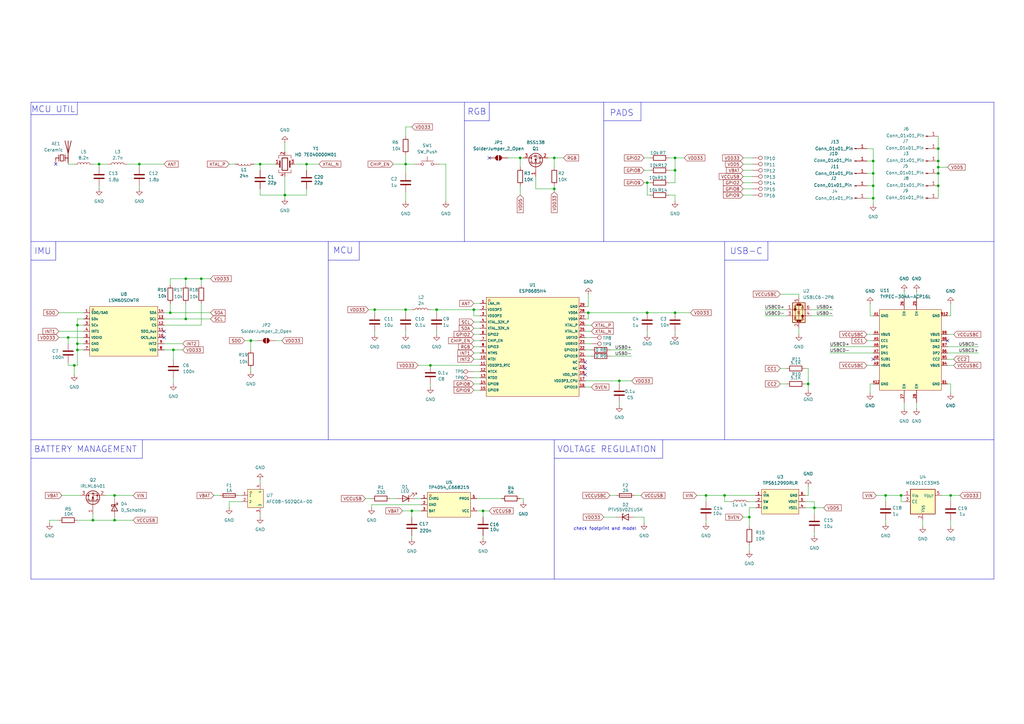
<source format=kicad_sch>
(kicad_sch (version 20250114) (generator "eeschema") (generator_version "9.0")
  (paper "A3")
  (text "IMU" (at 17.526 103.124 0) (effects (font (size 2.54 2.54))))
  (text "VOLTAGE REGULATION\n" (at 248.92 184.404 0) (effects (font (size 2.54 2.54))))
  (text "MCU UTIL" (at 21.844 44.958 0) (effects (font (size 2.54 2.54))))
  (text "BATTERY MANAGEMENT" (at 35.052 184.404 0) (effects (font (size 2.54 2.54))))
  (text "PADS" (at 255.016 46.482 0) (effects (font (size 2.54 2.54))))
  (text "MCU" (at 140.716 102.87 0) (effects (font (size 2.54 2.54))))
  (text "RGB" (at 195.58 45.974 0) (effects (font (size 2.54 2.54))))
  (text "USB-C\n" (at 306.07 103.124 0) (effects (font (size 2.54 2.54))))
  (text "check footprint and model" (at 248.158 216.916 0) (effects (font (size 1.27 1.27))))
  (junction (at 76.2 114.3))
  (junction (at 166.37 127))
  (junction (at 166.37 67.31))
  (junction (at 106.68 67.31))
  (junction (at 76.2 130.81))
  (junction (at 389.89 203.2))
  (junction (at 358.14 66.04))
  (junction (at 69.85 128.27))
  (junction (at 57.15 67.31))
  (junction (at 46.99 213.36))
  (junction (at 384.81 71.12))
  (junction (at 71.12 143.51))
  (junction (at 176.53 149.86))
  (junction (at 46.99 203.2))
  (junction (at 384.81 66.04))
  (junction (at 265.43 128.27))
  (junction (at 276.86 64.77))
  (junction (at 384.81 76.2))
  (junction (at 27.94 138.43))
  (junction (at 30.48 149.86))
  (junction (at 358.14 71.12))
  (junction (at 40.64 67.31))
  (junction (at 307.34 212.09))
  (junction (at 297.18 203.2))
  (junction (at 116.84 80.01))
  (junction (at 241.3 128.27))
  (junction (at 38.1 213.36))
  (junction (at 289.56 203.2))
  (junction (at 82.55 114.3))
  (junction (at 369.57 203.2))
  (junction (at 363.22 203.2))
  (junction (at 102.87 139.7))
  (junction (at 334.01 208.28))
  (junction (at 179.07 127))
  (junction (at 358.14 76.2))
  (junction (at 331.47 157.48))
  (junction (at 276.86 69.85))
  (junction (at 198.12 209.55))
  (junction (at 384.81 60.96))
  (junction (at 265.43 74.93))
  (junction (at 384.81 68.58))
  (junction (at 227.33 77.47))
  (junction (at 168.91 209.55))
  (junction (at 125.73 67.31))
  (junction (at 31.75 140.97))
  (junction (at 31.75 133.35))
  (junction (at 153.67 127))
  (junction (at 31.75 143.51))
  (junction (at 213.36 64.77))
  (junction (at 276.86 128.27))
  (junction (at 227.33 64.77))
  (junction (at 194.31 127))
  (junction (at 358.14 81.28))
  (junction (at 254 156.21))
  (no_connect (at 358.14 147.32))
  (no_connect (at 67.31 138.43))
  (no_connect (at 240.03 151.13))
  (no_connect (at 240.03 153.67))
  (no_connect (at 22.86 67.31))
  (no_connect (at 67.31 135.89))
  (no_connect (at 240.03 148.59))
  (no_connect (at 388.62 139.7))
  (no_connect (at 200.66 64.77))
  (wire (pts (xy 254 156.21) (xy 259.08 156.21)))
  (wire (pts (xy 227.33 77.47) (xy 227.33 76.2)))
  (wire (pts (xy 304.8 67.31) (xy 308.61 67.31)))
  (wire (pts (xy 116.84 80.01) (xy 125.73 80.01)))
  (polyline (pts (xy 200.66 41.91) (xy 200.66 49.53)))
  (wire (pts (xy 24.13 128.27) (xy 34.29 128.27)))
  (wire (pts (xy 388.62 142.24) (xy 401.32 142.24)))
  (wire (pts (xy 76.2 114.3) (xy 82.55 114.3)))
  (wire (pts (xy 214.63 204.47) (xy 214.63 205.74)))
  (wire (pts (xy 153.67 127) (xy 153.67 128.27)))
  (wire (pts (xy 113.03 139.7) (xy 115.57 139.7)))
  (wire (pts (xy 166.37 135.89) (xy 166.37 137.16)))
  (wire (pts (xy 334.01 218.44) (xy 334.01 219.71)))
  (wire (pts (xy 219.71 77.47) (xy 227.33 77.47)))
  (wire (pts (xy 194.31 127) (xy 196.85 127)))
  (wire (pts (xy 179.07 127) (xy 194.31 127)))
  (wire (pts (xy 31.75 133.35) (xy 31.75 140.97)))
  (wire (pts (xy 125.73 80.01) (xy 125.73 77.47)))
  (wire (pts (xy 38.1 67.31) (xy 40.64 67.31)))
  (wire (pts (xy 97.79 203.2) (xy 99.06 203.2)))
  (wire (pts (xy 355.6 137.16) (xy 358.14 137.16)))
  (wire (pts (xy 227.33 78.74) (xy 227.33 77.47)))
  (wire (pts (xy 308.61 77.47) (xy 304.8 77.47)))
  (wire (pts (xy 194.31 127) (xy 194.31 129.54)))
  (wire (pts (xy 76.2 130.81) (xy 86.36 130.81)))
  (polyline (pts (xy 12.7 41.91) (xy 190.5 41.91)))
  (wire (pts (xy 151.13 127) (xy 153.67 127)))
  (polyline (pts (xy 314.96 106.68) (xy 297.18 106.68)))
  (wire (pts (xy 69.85 128.27) (xy 86.36 128.27)))
  (wire (pts (xy 166.37 67.31) (xy 166.37 71.12)))
  (wire (pts (xy 168.91 209.55) (xy 172.72 209.55)))
  (wire (pts (xy 82.55 124.46) (xy 82.55 133.35)))
  (wire (pts (xy 332.74 129.54) (xy 341.63 129.54)))
  (wire (pts (xy 182.88 82.55) (xy 182.88 67.31)))
  (wire (pts (xy 34.29 130.81) (xy 31.75 130.81)))
  (polyline (pts (xy 190.5 41.91) (xy 407.67 41.91)))
  (wire (pts (xy 358.14 76.2) (xy 355.6 76.2)))
  (wire (pts (xy 240.03 158.75) (xy 242.57 158.75)))
  (wire (pts (xy 104.14 67.31) (xy 106.68 67.31)))
  (wire (pts (xy 31.75 149.86) (xy 30.48 149.86)))
  (wire (pts (xy 327.66 134.62) (xy 327.66 137.16)))
  (wire (pts (xy 160.02 204.47) (xy 162.56 204.47)))
  (wire (pts (xy 38.1 213.36) (xy 46.99 213.36)))
  (wire (pts (xy 320.04 151.13) (xy 322.58 151.13)))
  (wire (pts (xy 240.03 140.97) (xy 242.57 140.97)))
  (wire (pts (xy 213.36 64.77) (xy 213.36 68.58)))
  (wire (pts (xy 355.6 139.7) (xy 358.14 139.7)))
  (polyline (pts (xy 407.67 41.91) (xy 407.67 237.49)))
  (wire (pts (xy 227.33 64.77) (xy 224.79 64.77)))
  (wire (pts (xy 170.18 204.47) (xy 172.72 204.47)))
  (wire (pts (xy 67.31 143.51) (xy 71.12 143.51)))
  (wire (pts (xy 194.31 139.7) (xy 196.85 139.7)))
  (wire (pts (xy 327.66 120.65) (xy 327.66 121.92)))
  (wire (pts (xy 313.69 129.54) (xy 322.58 129.54)))
  (wire (pts (xy 363.22 203.2) (xy 369.57 203.2)))
  (polyline (pts (xy 31.75 41.91) (xy 31.75 46.99)))
  (polyline (pts (xy 190.5 41.91) (xy 190.5 99.06)))
  (wire (pts (xy 116.84 72.39) (xy 116.84 80.01)))
  (wire (pts (xy 168.91 219.71) (xy 168.91 220.98)))
  (wire (pts (xy 31.75 133.35) (xy 34.29 133.35)))
  (wire (pts (xy 384.81 76.2) (xy 384.81 81.28)))
  (wire (pts (xy 276.86 64.77) (xy 280.67 64.77)))
  (polyline (pts (xy 190.5 99.06) (xy 407.67 99.06)))
  (polyline (pts (xy 12.7 187.96) (xy 58.42 187.96)))
  (polyline (pts (xy 266.7 187.96) (xy 271.78 187.96)))
  (wire (pts (xy 389.89 213.36) (xy 389.89 215.9)))
  (wire (pts (xy 274.32 74.93) (xy 276.86 74.93)))
  (wire (pts (xy 31.75 143.51) (xy 31.75 149.86)))
  (wire (pts (xy 308.61 74.93) (xy 304.8 74.93)))
  (wire (pts (xy 40.64 67.31) (xy 40.64 68.58)))
  (wire (pts (xy 82.55 114.3) (xy 82.55 116.84)))
  (wire (pts (xy 194.31 160.02) (xy 196.85 160.02)))
  (wire (pts (xy 196.85 124.46) (xy 194.31 124.46)))
  (wire (pts (xy 265.43 74.93) (xy 265.43 80.01)))
  (wire (pts (xy 274.32 69.85) (xy 276.86 69.85)))
  (wire (pts (xy 67.31 140.97) (xy 74.93 140.97)))
  (wire (pts (xy 27.94 148.59) (xy 27.94 149.86)))
  (wire (pts (xy 331.47 151.13) (xy 331.47 157.48)))
  (wire (pts (xy 285.75 203.2) (xy 289.56 203.2)))
  (wire (pts (xy 240.03 133.35) (xy 242.57 133.35)))
  (wire (pts (xy 358.14 60.96) (xy 358.14 66.04)))
  (wire (pts (xy 355.6 149.86) (xy 358.14 149.86)))
  (wire (pts (xy 241.3 125.73) (xy 240.03 125.73)))
  (wire (pts (xy 102.87 139.7) (xy 105.41 139.7)))
  (wire (pts (xy 320.04 157.48) (xy 322.58 157.48)))
  (wire (pts (xy 30.48 149.86) (xy 30.48 153.67)))
  (wire (pts (xy 389.89 129.54) (xy 388.62 129.54)))
  (wire (pts (xy 274.32 64.77) (xy 276.86 64.77)))
  (wire (pts (xy 289.56 203.2) (xy 289.56 205.74)))
  (wire (pts (xy 106.68 77.47) (xy 106.68 80.01)))
  (wire (pts (xy 43.18 203.2) (xy 46.99 203.2)))
  (polyline (pts (xy 227.33 237.49) (xy 407.67 237.49)))
  (wire (pts (xy 304.8 64.77) (xy 308.61 64.77)))
  (wire (pts (xy 166.37 78.74) (xy 166.37 82.55)))
  (wire (pts (xy 194.31 134.62) (xy 196.85 134.62)))
  (wire (pts (xy 67.31 130.81) (xy 76.2 130.81)))
  (wire (pts (xy 57.15 76.2) (xy 57.15 77.47)))
  (wire (pts (xy 375.92 165.1) (xy 375.92 167.64)))
  (wire (pts (xy 166.37 67.31) (xy 170.18 67.31)))
  (polyline (pts (xy 12.7 46.99) (xy 31.75 46.99)))
  (wire (pts (xy 69.85 114.3) (xy 76.2 114.3)))
  (polyline (pts (xy 134.62 99.06) (xy 134.62 180.34)))
  (wire (pts (xy 24.13 138.43) (xy 27.94 138.43)))
  (wire (pts (xy 356.87 157.48) (xy 358.14 157.48)))
  (wire (pts (xy 384.81 66.04) (xy 384.81 68.58)))
  (wire (pts (xy 113.03 67.31) (xy 106.68 67.31)))
  (wire (pts (xy 265.43 74.93) (xy 266.7 74.93)))
  (wire (pts (xy 166.37 127) (xy 166.37 128.27)))
  (wire (pts (xy 260.35 203.2) (xy 262.89 203.2)))
  (wire (pts (xy 289.56 213.36) (xy 289.56 214.63)))
  (wire (pts (xy 116.84 80.01) (xy 116.84 81.28)))
  (wire (pts (xy 240.03 128.27) (xy 241.3 128.27)))
  (polyline (pts (xy 297.18 180.34) (xy 407.67 180.34)))
  (polyline (pts (xy 147.32 106.68) (xy 134.62 106.68)))
  (wire (pts (xy 168.91 127) (xy 166.37 127)))
  (wire (pts (xy 388.62 144.78) (xy 401.32 144.78)))
  (wire (pts (xy 166.37 63.5) (xy 166.37 67.31)))
  (wire (pts (xy 241.3 128.27) (xy 241.3 130.81)))
  (wire (pts (xy 297.18 205.74) (xy 299.72 205.74)))
  (wire (pts (xy 240.03 130.81) (xy 241.3 130.81)))
  (polyline (pts (xy 22.86 99.06) (xy 22.86 106.68)))
  (wire (pts (xy 276.86 128.27) (xy 283.21 128.27)))
  (wire (pts (xy 331.47 203.2) (xy 330.2 203.2)))
  (wire (pts (xy 358.14 71.12) (xy 358.14 76.2)))
  (wire (pts (xy 194.31 144.78) (xy 196.85 144.78)))
  (wire (pts (xy 194.31 132.08) (xy 196.85 132.08)))
  (wire (pts (xy 27.94 149.86) (xy 30.48 149.86)))
  (wire (pts (xy 265.43 137.16) (xy 265.43 135.89)))
  (wire (pts (xy 87.63 203.2) (xy 90.17 203.2)))
  (wire (pts (xy 31.75 140.97) (xy 34.29 140.97)))
  (wire (pts (xy 355.6 66.04) (xy 358.14 66.04)))
  (wire (pts (xy 384.81 68.58) (xy 388.62 68.58)))
  (wire (pts (xy 389.89 203.2) (xy 389.89 205.74)))
  (wire (pts (xy 276.86 137.16) (xy 276.86 135.89)))
  (polyline (pts (xy 314.96 99.06) (xy 314.96 106.68)))
  (wire (pts (xy 331.47 157.48) (xy 331.47 160.02)))
  (wire (pts (xy 307.34 212.09) (xy 307.34 215.9)))
  (polyline (pts (xy 262.89 41.91) (xy 262.89 49.53)))
  (wire (pts (xy 340.36 142.24) (xy 358.14 142.24)))
  (wire (pts (xy 330.2 205.74) (xy 334.01 205.74)))
  (wire (pts (xy 24.13 135.89) (xy 34.29 135.89)))
  (wire (pts (xy 308.61 80.01) (xy 304.8 80.01)))
  (wire (pts (xy 330.2 157.48) (xy 331.47 157.48)))
  (polyline (pts (xy 12.7 237.49) (xy 227.33 237.49)))
  (wire (pts (xy 171.45 149.86) (xy 176.53 149.86)))
  (wire (pts (xy 44.45 67.31) (xy 40.64 67.31)))
  (wire (pts (xy 213.36 204.47) (xy 214.63 204.47)))
  (wire (pts (xy 370.84 165.1) (xy 370.84 167.64)))
  (wire (pts (xy 274.32 80.01) (xy 276.86 80.01)))
  (wire (pts (xy 179.07 127) (xy 179.07 128.27)))
  (wire (pts (xy 304.8 69.85) (xy 308.61 69.85)))
  (wire (pts (xy 46.99 204.47) (xy 46.99 203.2)))
  (wire (pts (xy 69.85 114.3) (xy 69.85 116.84)))
  (polyline (pts (xy 12.7 99.06) (xy 190.5 99.06)))
  (wire (pts (xy 40.64 76.2) (xy 40.64 77.47)))
  (wire (pts (xy 219.71 72.39) (xy 219.71 77.47)))
  (wire (pts (xy 31.75 130.81) (xy 31.75 133.35)))
  (wire (pts (xy 264.16 69.85) (xy 266.7 69.85)))
  (wire (pts (xy 25.4 203.2) (xy 33.02 203.2)))
  (wire (pts (xy 369.57 205.74) (xy 370.84 205.74)))
  (wire (pts (xy 375.92 119.38) (xy 375.92 121.92)))
  (polyline (pts (xy 227.33 237.49) (xy 227.33 180.34)))
  (wire (pts (xy 179.07 135.89) (xy 179.07 137.16)))
  (polyline (pts (xy 12.7 106.68) (xy 22.86 106.68)))
  (wire (pts (xy 388.62 137.16) (xy 391.16 137.16)))
  (wire (pts (xy 20.32 213.36) (xy 24.13 213.36)))
  (wire (pts (xy 389.89 157.48) (xy 388.62 157.48)))
  (wire (pts (xy 31.75 213.36) (xy 38.1 213.36)))
  (wire (pts (xy 176.53 149.86) (xy 196.85 149.86)))
  (wire (pts (xy 46.99 203.2) (xy 54.61 203.2)))
  (wire (pts (xy 384.81 71.12) (xy 384.81 76.2)))
  (wire (pts (xy 106.68 210.82) (xy 106.68 212.09)))
  (wire (pts (xy 363.22 203.2) (xy 363.22 205.74)))
  (wire (pts (xy 358.14 81.28) (xy 355.6 81.28)))
  (wire (pts (xy 332.74 127) (xy 341.63 127)))
  (wire (pts (xy 195.58 209.55) (xy 198.12 209.55)))
  (wire (pts (xy 358.14 83.82) (xy 358.14 81.28)))
  (wire (pts (xy 334.01 205.74) (xy 334.01 208.28)))
  (wire (pts (xy 194.31 137.16) (xy 196.85 137.16)))
  (wire (pts (xy 194.31 154.94) (xy 196.85 154.94)))
  (wire (pts (xy 378.46 213.36) (xy 378.46 215.9)))
  (wire (pts (xy 152.4 207.01) (xy 172.72 207.01)))
  (wire (pts (xy 240.03 156.21) (xy 254 156.21)))
  (wire (pts (xy 389.89 161.29) (xy 389.89 157.48)))
  (wire (pts (xy 176.53 127) (xy 179.07 127)))
  (wire (pts (xy 76.2 114.3) (xy 76.2 116.84)))
  (wire (pts (xy 356.87 161.29) (xy 356.87 157.48)))
  (wire (pts (xy 356.87 129.54) (xy 358.14 129.54)))
  (wire (pts (xy 67.31 128.27) (xy 69.85 128.27)))
  (wire (pts (xy 297.18 203.2) (xy 289.56 203.2)))
  (wire (pts (xy 166.37 52.07) (xy 168.91 52.07)))
  (wire (pts (xy 194.31 152.4) (xy 196.85 152.4)))
  (wire (pts (xy 384.81 68.58) (xy 384.81 71.12)))
  (wire (pts (xy 149.86 204.47) (xy 152.4 204.47)))
  (wire (pts (xy 38.1 213.36) (xy 38.1 210.82)))
  (wire (pts (xy 240.03 146.05) (xy 242.57 146.05)))
  (wire (pts (xy 166.37 52.07) (xy 166.37 55.88)))
  (wire (pts (xy 369.57 203.2) (xy 369.57 205.74)))
  (polyline (pts (xy 297.18 99.06) (xy 297.18 180.34)))
  (wire (pts (xy 260.35 212.09) (xy 264.16 212.09)))
  (wire (pts (xy 307.34 208.28) (xy 309.88 208.28)))
  (wire (pts (xy 355.6 60.96) (xy 358.14 60.96)))
  (wire (pts (xy 168.91 212.09) (xy 168.91 209.55)))
  (wire (pts (xy 194.31 142.24) (xy 196.85 142.24)))
  (wire (pts (xy 153.67 135.89) (xy 153.67 137.16)))
  (wire (pts (xy 254 165.1) (xy 254 166.37)))
  (wire (pts (xy 264.16 212.09) (xy 264.16 214.63)))
  (wire (pts (xy 93.98 205.74) (xy 99.06 205.74)))
  (wire (pts (xy 71.12 143.51) (xy 71.12 147.32)))
  (wire (pts (xy 241.3 128.27) (xy 265.43 128.27)))
  (wire (pts (xy 57.15 67.31) (xy 57.15 68.58)))
  (wire (pts (xy 313.69 127) (xy 322.58 127)))
  (wire (pts (xy 195.58 204.47) (xy 205.74 204.47)))
  (wire (pts (xy 82.55 114.3) (xy 86.36 114.3)))
  (wire (pts (xy 165.1 209.55) (xy 168.91 209.55)))
  (wire (pts (xy 76.2 124.46) (xy 76.2 130.81)))
  (wire (pts (xy 386.08 203.2) (xy 389.89 203.2)))
  (wire (pts (xy 276.86 64.77) (xy 276.86 69.85)))
  (wire (pts (xy 69.85 124.46) (xy 69.85 128.27)))
  (wire (pts (xy 330.2 208.28) (xy 334.01 208.28)))
  (wire (pts (xy 307.34 223.52) (xy 307.34 226.06)))
  (wire (pts (xy 388.62 147.32) (xy 391.16 147.32)))
  (wire (pts (xy 166.37 127) (xy 153.67 127)))
  (wire (pts (xy 20.32 214.63) (xy 20.32 213.36)))
  (wire (pts (xy 370.84 203.2) (xy 369.57 203.2)))
  (wire (pts (xy 106.68 80.01) (xy 116.84 80.01)))
  (wire (pts (xy 120.65 67.31) (xy 125.73 67.31)))
  (wire (pts (xy 389.89 124.46) (xy 389.89 129.54)))
  (wire (pts (xy 198.12 209.55) (xy 200.66 209.55)))
  (wire (pts (xy 106.68 67.31) (xy 106.68 69.85)))
  (wire (pts (xy 198.12 209.55) (xy 198.12 212.09)))
  (wire (pts (xy 240.03 143.51) (xy 242.57 143.51)))
  (wire (pts (xy 194.31 147.32) (xy 196.85 147.32)))
  (wire (pts (xy 250.19 203.2) (xy 252.73 203.2)))
  (wire (pts (xy 264.16 74.93) (xy 265.43 74.93)))
  (wire (pts (xy 152.4 208.28) (xy 152.4 207.01)))
  (wire (pts (xy 297.18 203.2) (xy 297.18 205.74)))
  (wire (pts (xy 194.31 157.48) (xy 196.85 157.48)))
  (wire (pts (xy 331.47 151.13) (xy 330.2 151.13)))
  (wire (pts (xy 358.14 66.04) (xy 358.14 71.12)))
  (polyline (pts (xy 12.7 180.34) (xy 297.18 180.34)))
  (wire (pts (xy 276.86 69.85) (xy 276.86 74.93)))
  (wire (pts (xy 384.81 55.88) (xy 384.81 60.96)))
  (polyline (pts (xy 58.42 180.34) (xy 58.42 187.96)))
  (wire (pts (xy 254 156.21) (xy 254 157.48)))
  (wire (pts (xy 356.87 124.46) (xy 356.87 129.54)))
  (wire (pts (xy 334.01 208.28) (xy 337.82 208.28)))
  (polyline (pts (xy 147.32 99.06) (xy 147.32 106.68)))
  (wire (pts (xy 334.01 208.28) (xy 334.01 210.82)))
  (wire (pts (xy 276.86 80.01) (xy 276.86 82.55)))
  (wire (pts (xy 227.33 64.77) (xy 231.14 64.77)))
  (wire (pts (xy 359.41 203.2) (xy 363.22 203.2)))
  (wire (pts (xy 213.36 80.01) (xy 213.36 76.2)))
  (wire (pts (xy 363.22 213.36) (xy 363.22 214.63)))
  (wire (pts (xy 93.98 208.28) (xy 93.98 205.74)))
  (wire (pts (xy 57.15 67.31) (xy 67.31 67.31)))
  (wire (pts (xy 213.36 64.77) (xy 208.28 64.77)))
  (wire (pts (xy 102.87 151.13) (xy 102.87 152.4)))
  (wire (pts (xy 240.03 138.43) (xy 242.57 138.43)))
  (wire (pts (xy 46.99 213.36) (xy 54.61 213.36)))
  (wire (pts (xy 46.99 213.36) (xy 46.99 212.09)))
  (wire (pts (xy 331.47 199.39) (xy 331.47 203.2)))
  (wire (pts (xy 304.8 212.09) (xy 307.34 212.09)))
  (wire (pts (xy 309.88 203.2) (xy 297.18 203.2)))
  (wire (pts (xy 247.65 212.09) (xy 252.73 212.09)))
  (wire (pts (xy 370.84 119.38) (xy 370.84 121.92)))
  (wire (pts (xy 125.73 67.31) (xy 125.73 69.85)))
  (wire (pts (xy 320.04 120.65) (xy 327.66 120.65)))
  (wire (pts (xy 27.94 67.31) (xy 30.48 67.31)))
  (wire (pts (xy 102.87 139.7) (xy 102.87 143.51)))
  (wire (pts (xy 250.19 146.05) (xy 259.08 146.05)))
  (wire (pts (xy 227.33 68.58) (xy 227.33 64.77)))
  (wire (pts (xy 307.34 205.74) (xy 309.88 205.74)))
  (wire (pts (xy 355.6 71.12) (xy 358.14 71.12)))
  (wire (pts (xy 31.75 143.51) (xy 34.29 143.51)))
  (wire (pts (xy 241.3 120.65) (xy 241.3 125.73)))
  (wire (pts (xy 67.31 133.35) (xy 82.55 133.35)))
  (wire (pts (xy 176.53 157.48) (xy 176.53 158.75)))
  (wire (pts (xy 27.94 138.43) (xy 27.94 140.97)))
  (wire (pts (xy 27.94 138.43) (xy 34.29 138.43)))
  (polyline (pts (xy 271.78 180.34) (xy 271.78 187.96)))
  (polyline (pts (xy 247.65 41.91) (xy 247.65 99.06)))
  (wire (pts (xy 116.84 58.42) (xy 116.84 62.23)))
  (wire (pts (xy 340.36 144.78) (xy 358.14 144.78)))
  (wire (pts (xy 388.62 149.86) (xy 391.16 149.86)))
  (wire (pts (xy 161.29 67.31) (xy 166.37 67.31)))
  (wire (pts (xy 307.34 212.09) (xy 307.34 208.28)))
  (wire (pts (xy 71.12 143.51) (xy 74.93 143.51)))
  (wire (pts (xy 198.12 220.98) (xy 198.12 219.71)))
  (wire (pts (xy 93.98 67.31) (xy 96.52 67.31)))
  (polyline (pts (xy 12.7 41.91) (xy 12.7 237.49)))
  (wire (pts (xy 384.81 60.96) (xy 384.81 66.04)))
  (wire (pts (xy 240.03 135.89) (xy 242.57 135.89)))
  (wire (pts (xy 250.19 143.51) (xy 259.08 143.51)))
  (wire (pts (xy 264.16 64.77) (xy 266.7 64.77)))
  (wire (pts (xy 265.43 80.01) (xy 266.7 80.01)))
  (wire (pts (xy 182.88 67.31) (xy 180.34 67.31)))
  (wire (pts (xy 100.33 139.7) (xy 102.87 139.7)))
  (wire (pts (xy 304.8 72.39) (xy 308.61 72.39)))
  (wire (pts (xy 358.14 81.28) (xy 358.14 76.2)))
  (polyline (pts (xy 227.33 187.96) (xy 266.7 187.96)))
  (wire (pts (xy 52.07 67.31) (xy 57.15 67.31)))
  (wire (pts (xy 71.12 154.94) (xy 71.12 157.48)))
  (wire (pts (xy 265.43 128.27) (xy 276.86 128.27)))
  (wire (pts (xy 125.73 67.31) (xy 130.81 67.31)))
  (polyline (pts (xy 190.5 49.53) (xy 200.66 49.53)))
  (polyline (pts (xy 262.89 49.53) (xy 247.65 49.53)))
  (wire (pts (xy 214.63 64.77) (xy 213.36 64.77)))
  (wire (pts (xy 196.85 129.54) (xy 194.31 129.54)))
  (wire (pts (xy 389.89 203.2) (xy 393.7 203.2)))
  (wire (pts (xy 106.68 196.85) (xy 106.68 198.12)))
  (wire (pts (xy 31.75 143.51) (xy 31.75 140.97)))
  (label "USBCD-" (at 401.32 142.24 180))
  (label "USBD-" (at 259.08 146.05 180))
  (label "USBCD+" (at 313.69 127 0))
  (label "USBD+" (at 341.63 127 180))
  (label "USBCD+" (at 401.32 144.78 180))
  (label "USBD+" (at 259.08 143.51 180))
  (label "USBCD-" (at 313.69 129.54 0))
  (label "USBCD+" (at 340.36 142.24 0))
  (label "USBCD-" (at 340.36 144.78 0))
  (label "USBD-" (at 341.63 129.54 180))
  (global_label "VDD5" (shape input) (at 388.62 68.58 0) (property "Intersheetrefs" "${INTERSHEET_REFS}" (effects (hide yes))))
  (global_label "VCCUSB" (shape input) (at 200.66 209.55 0) (property "Intersheetrefs" "${INTERSHEET_REFS}" (effects (hide yes))))
  (global_label "5VEN" (shape input) (at 242.57 158.75 0) (property "Intersheetrefs" "${INTERSHEET_REFS}" (effects (hide yes))))
  (global_label "GPIO9" (shape input) (at 264.16 74.93 180) (property "Intersheetrefs" "${INTERSHEET_REFS}" (effects (hide yes))))
  (global_label "VIN" (shape input) (at 54.61 203.2 0) (property "Intersheetrefs" "${INTERSHEET_REFS}" (effects (hide yes))))
  (global_label "VCCUSBC" (shape input) (at 355.6 149.86 180) (property "Intersheetrefs" "${INTERSHEET_REFS}" (effects (hide yes))))
  (global_label "VDD5" (shape input) (at 213.36 80.01 270) (property "Intersheetrefs" "${INTERSHEET_REFS}" (effects (hide yes))))
  (global_label "VDD33" (shape input) (at 86.36 114.3 0) (property "Intersheetrefs" "${INTERSHEET_REFS}" (effects (hide yes))))
  (global_label "RGB" (shape input) (at 231.14 64.77 0) (property "Intersheetrefs" "${INTERSHEET_REFS}" (effects (hide yes))))
  (global_label "VDD33" (shape input) (at 393.7 203.2 0) (property "Intersheetrefs" "${INTERSHEET_REFS}" (effects (hide yes))))
  (global_label "GPIO8" (shape input) (at 194.31 157.48 180) (property "Intersheetrefs" "${INTERSHEET_REFS}" (effects (hide yes))))
  (global_label "VDD33" (shape input) (at 168.91 52.07 0) (property "Intersheetrefs" "${INTERSHEET_REFS}" (effects (hide yes))))
  (global_label "CC2" (shape input) (at 391.16 147.32 0) (property "Intersheetrefs" "${INTERSHEET_REFS}" (effects (hide yes))))
  (global_label "VCCUSBC" (shape input) (at 391.16 137.16 0) (property "Intersheetrefs" "${INTERSHEET_REFS}" (effects (hide yes))))
  (global_label "CHIP_EN" (shape input) (at 161.29 67.31 180) (property "Intersheetrefs" "${INTERSHEET_REFS}" (effects (hide yes))))
  (global_label "VDD5" (shape input) (at 304.8 67.31 180) (property "Intersheetrefs" "${INTERSHEET_REFS}" (effects (hide yes))))
  (global_label "VDD33" (shape input) (at 283.21 128.27 0) (property "Intersheetrefs" "${INTERSHEET_REFS}" (effects (hide yes))))
  (global_label "GPIO8" (shape input) (at 304.8 77.47 180) (property "Intersheetrefs" "${INTERSHEET_REFS}" (effects (hide yes))))
  (global_label "SDO" (shape input) (at 100.33 139.7 180) (property "Intersheetrefs" "${INTERSHEET_REFS}" (effects (hide yes))))
  (global_label "VCCUSBC" (shape input) (at 391.16 149.86 0) (property "Intersheetrefs" "${INTERSHEET_REFS}" (effects (hide yes))))
  (global_label "VBAT" (shape input) (at 304.8 69.85 180) (property "Intersheetrefs" "${INTERSHEET_REFS}" (effects (hide yes))))
  (global_label "XTAL_P" (shape input) (at 93.98 67.31 180) (property "Intersheetrefs" "${INTERSHEET_REFS}" (effects (hide yes))))
  (global_label "GPIO2" (shape input) (at 194.31 137.16 180) (property "Intersheetrefs" "${INTERSHEET_REFS}" (effects (hide yes))))
  (global_label "CC2" (shape input) (at 320.04 157.48 180) (property "Intersheetrefs" "${INTERSHEET_REFS}" (effects (hide yes))))
  (global_label "VDD33" (shape input) (at 151.13 127 180) (property "Intersheetrefs" "${INTERSHEET_REFS}" (effects (hide yes))))
  (global_label "INT1" (shape input) (at 194.31 144.78 180) (property "Intersheetrefs" "${INTERSHEET_REFS}" (effects (hide yes))))
  (global_label "VDD33" (shape input) (at 171.45 149.86 180) (property "Intersheetrefs" "${INTERSHEET_REFS}" (effects (hide yes))))
  (global_label "INT2" (shape input) (at 74.93 140.97 0) (property "Intersheetrefs" "${INTERSHEET_REFS}" (effects (hide yes))))
  (global_label "VDD33" (shape input) (at 259.08 156.21 0) (property "Intersheetrefs" "${INTERSHEET_REFS}" (effects (hide yes))))
  (global_label "VDD33" (shape input) (at 24.13 138.43 180) (property "Intersheetrefs" "${INTERSHEET_REFS}" (effects (hide yes))))
  (global_label "VDD33" (shape input) (at 280.67 64.77 0) (property "Intersheetrefs" "${INTERSHEET_REFS}" (effects (hide yes))))
  (global_label "VBAT" (shape input) (at 25.4 203.2 180) (property "Intersheetrefs" "${INTERSHEET_REFS}" (effects (hide yes))))
  (global_label "VIN" (shape input) (at 359.41 203.2 180) (property "Intersheetrefs" "${INTERSHEET_REFS}" (effects (hide yes))))
  (global_label "INT1" (shape input) (at 24.13 135.89 180) (property "Intersheetrefs" "${INTERSHEET_REFS}" (effects (hide yes))))
  (global_label "GPIO8" (shape input) (at 264.16 69.85 180) (property "Intersheetrefs" "${INTERSHEET_REFS}" (effects (hide yes))))
  (global_label "SDA" (shape input) (at 194.31 134.62 180) (property "Intersheetrefs" "${INTERSHEET_REFS}" (effects (hide yes))))
  (global_label "VDD33" (shape input) (at 304.8 64.77 180) (property "Intersheetrefs" "${INTERSHEET_REFS}" (effects (hide yes))))
  (global_label "VCCUSBC" (shape input) (at 320.04 120.65 180) (property "Intersheetrefs" "${INTERSHEET_REFS}" (effects (hide yes))))
  (global_label "VDD5" (shape input) (at 337.82 208.28 0) (property "Intersheetrefs" "${INTERSHEET_REFS}" (effects (hide yes))))
  (global_label "VCCUSB" (shape input) (at 149.86 204.47 180) (property "Intersheetrefs" "${INTERSHEET_REFS}" (effects (hide yes))))
  (global_label "VCCUSB" (shape input) (at 54.61 213.36 0) (property "Intersheetrefs" "${INTERSHEET_REFS}" (effects (hide yes))))
  (global_label "VDD33" (shape input) (at 115.57 139.7 0) (property "Intersheetrefs" "${INTERSHEET_REFS}" (effects (hide yes))))
  (global_label "VCCUSBC" (shape input) (at 250.19 203.2 180) (property "Intersheetrefs" "${INTERSHEET_REFS}" (effects (hide yes))))
  (global_label "GPIO2" (shape input) (at 304.8 74.93 180) (property "Intersheetrefs" "${INTERSHEET_REFS}" (effects (hide yes))))
  (global_label "ANT" (shape input) (at 194.31 124.46 180) (property "Intersheetrefs" "${INTERSHEET_REFS}" (effects (hide yes))))
  (global_label "SDO" (shape input) (at 24.13 128.27 180) (property "Intersheetrefs" "${INTERSHEET_REFS}" (effects (hide yes))))
  (global_label "5VEN" (shape input) (at 304.8 212.09 180) (property "Intersheetrefs" "${INTERSHEET_REFS}" (effects (hide yes))))
  (global_label "XTAL_P" (shape input) (at 242.57 133.35 0) (property "Intersheetrefs" "${INTERSHEET_REFS}" (effects (hide yes))))
  (global_label "VDD33" (shape input) (at 247.65 212.09 180) (property "Intersheetrefs" "${INTERSHEET_REFS}" (effects (hide yes))))
  (global_label "GPIO2" (shape input) (at 264.16 64.77 180) (property "Intersheetrefs" "${INTERSHEET_REFS}" (effects (hide yes))))
  (global_label "XTAL_N" (shape input) (at 242.57 135.89 0) (property "Intersheetrefs" "${INTERSHEET_REFS}" (effects (hide yes))))
  (global_label "VBAT" (shape input) (at 87.63 203.2 180) (property "Intersheetrefs" "${INTERSHEET_REFS}" (effects (hide yes))))
  (global_label "SCL" (shape input) (at 86.36 130.81 0) (property "Intersheetrefs" "${INTERSHEET_REFS}" (effects (hide yes))))
  (global_label "VCCUSBC" (shape input) (at 355.6 137.16 180) (property "Intersheetrefs" "${INTERSHEET_REFS}" (effects (hide yes))))
  (global_label "CC1" (shape input) (at 320.04 151.13 180) (property "Intersheetrefs" "${INTERSHEET_REFS}" (effects (hide yes))))
  (global_label "VCCUSB" (shape input) (at 262.89 203.2 0) (property "Intersheetrefs" "${INTERSHEET_REFS}" (effects (hide yes))))
  (global_label "GPIO9" (shape input) (at 304.8 80.01 180) (property "Intersheetrefs" "${INTERSHEET_REFS}" (effects (hide yes))))
  (global_label "SDA" (shape input) (at 86.36 128.27 0) (property "Intersheetrefs" "${INTERSHEET_REFS}" (effects (hide yes))))
  (global_label "VCCUSB" (shape input) (at 304.8 72.39 180) (property "Intersheetrefs" "${INTERSHEET_REFS}" (effects (hide yes))))
  (global_label "ANT" (shape input) (at 67.31 67.31 0) (property "Intersheetrefs" "${INTERSHEET_REFS}" (effects (hide yes))))
  (global_label "VDD33" (shape input) (at 74.93 143.51 0) (property "Intersheetrefs" "${INTERSHEET_REFS}" (effects (hide yes))))
  (global_label "SCL" (shape input) (at 194.31 132.08 180) (property "Intersheetrefs" "${INTERSHEET_REFS}" (effects (hide yes))))
  (global_label "CC1" (shape input) (at 355.6 139.7 180) (property "Intersheetrefs" "${INTERSHEET_REFS}" (effects (hide yes))))
  (global_label "INT2" (shape input) (at 194.31 147.32 180) (property "Intersheetrefs" "${INTERSHEET_REFS}" (effects (hide yes))))
  (global_label "VBAT" (shape input) (at 165.1 209.55 180) (property "Intersheetrefs" "${INTERSHEET_REFS}" (effects (hide yes))))
  (global_label "CHIP_EN" (shape input) (at 194.31 139.7 180) (property "Intersheetrefs" "${INTERSHEET_REFS}" (effects (hide yes))))
  (global_label "GPIO9" (shape input) (at 194.31 160.02 180) (property "Intersheetrefs" "${INTERSHEET_REFS}" (effects (hide yes))))
  (global_label "XTAL_N" (shape input) (at 130.81 67.31 0) (property "Intersheetrefs" "${INTERSHEET_REFS}" (effects (hide yes))))
  (global_label "RGB" (shape input) (at 194.31 142.24 180) (property "Intersheetrefs" "${INTERSHEET_REFS}" (effects (hide yes))))
  (global_label "VIN" (shape input) (at 285.75 203.2 180) (property "Intersheetrefs" "${INTERSHEET_REFS}" (effects (hide yes))))
  (global_label "VDD33" (shape input) (at 227.33 78.74 270) (property "Intersheetrefs" "${INTERSHEET_REFS}" (effects (hide yes))))
  (symbol (lib_id "Connector:TestPoint") (at 308.61 64.77 270) (unit 1)
    (property "Reference" "TP10" (at 313.182 65.024 90) (effects (justify left)))
    (property "Value" "TestPoint" (effects (hide yes)))
    (property "Footprint" "TestPoint:TestPoint_Pad_D1.0mm" (effects (hide yes)))
    (property "Description" "test point" (effects (hide yes)))
  )
  (symbol (lib_id "power:GND") (at 30.48 153.67 0) (unit 1)
    (property "Reference" "#PWR046" (effects (hide yes)))
    (property "Value" "GND" (at 30.48 158.75 0))
    (property "Description" "Power symbol creates a global label with name \"GND\" , ground" (effects (hide yes)))
  )
  (symbol (lib_id "Connector:Conn_01x01_Pin") (at 350.52 60.96 0) (unit 1)
    (property "Reference" "J13" (at 342.392 58.166 0))
    (property "Value" "Conn_01x01_Pin" (at 342.138 60.96 0))
    (property "Footprint" "Custom:matrix-pad-gn" (effects (hide yes)))
    (property "Description" "Generic connector, single row, 01x01, script generated" (effects (hide yes)))
  )
  (symbol (lib_id "Device:Crystal_GND24") (at 116.84 67.31 0) (unit 1)
    (property "Reference" "Y1" (at 129.54 60.8898 0))
    (property "Value" "HD 7E040000M01" (at 129.54 63.4298 0))
    (property "Footprint" "Custom:CRYSTAL-SMD_4P-L1.6-W1.2-BL" (effects (hide yes)))
    (property "Description" "Four pin crystal, GND on pins 2 and 4" (effects (hide yes)))
  )
  (symbol (lib_id "power:GND") (at 179.07 137.16 0) (unit 1)
    (property "Reference" "#PWR014" (effects (hide yes)))
    (property "Value" "GND" (at 179.07 142.24 0))
    (property "Description" "Power symbol creates a global label with name \"GND\" , ground" (effects (hide yes)))
  )
  (symbol (lib_id "Device:R") (at 102.87 147.32 0) (unit 1)
    (property "Reference" "R19" (at 97.79 145.542 0) (effects (justify left)))
    (property "Value" "10k" (at 98.044 148.336 0) (effects (justify left)))
    (property "Footprint" "Resistor_SMD:R_0402_1005Metric" (effects (hide yes)))
    (property "Description" "Resistor" (effects (hide yes)))
  )
  (symbol (lib_id "power:GND") (at 389.89 215.9 0) (unit 1)
    (property "Reference" "#PWR040" (effects (hide yes)))
    (property "Value" "GND" (at 389.89 220.98 0))
    (property "Description" "Power symbol creates a global label with name \"GND\" , ground" (effects (hide yes)))
  )
  (symbol (lib_id "Transistor_FET:IRLML6401") (at 38.1 205.74 90) (unit 1)
    (property "Reference" "Q2" (at 38.1 196.85 90))
    (property "Value" "IRLML6401" (at 38.1 199.39 90))
    (property "Footprint" "Package_TO_SOT_SMD:SOT-23" (effects (hide yes)))
    (property "Datasheet" "https://www.infineon.com/dgdl/irlml6401pbf.pdf?fileId=5546d462533600a401535668b96d2634" (effects (hide yes)))
    (property "Description" "-4.3A Id, -12V Vds, 50mOhm Rds, P-Channel HEXFET Power MOSFET, SOT-23" (effects (hide yes)))
  )
  (symbol (lib_id "power:GND") (at 102.87 152.4 0) (unit 1)
    (property "Reference" "#PWR047" (effects (hide yes)))
    (property "Value" "GND" (at 102.87 157.48 0))
    (property "Description" "Power symbol creates a global label with name \"GND\" , ground" (effects (hide yes)))
  )
  (symbol (lib_id "power:GND") (at 106.68 196.85 180) (unit 1)
    (property "Reference" "#PWR026" (effects (hide yes)))
    (property "Value" "GND" (at 106.68 191.77 0))
    (property "Description" "Power symbol creates a global label with name \"GND\" , ground" (effects (hide yes)))
  )
  (symbol (lib_id "power:GND") (at 331.47 199.39 180) (unit 1)
    (property "Reference" "#PWR021" (effects (hide yes)))
    (property "Value" "GND" (at 331.47 194.31 0))
    (property "Description" "Power symbol creates a global label with name \"GND\" , ground" (effects (hide yes)))
  )
  (symbol (lib_id "Device:R") (at 76.2 120.65 0) (unit 1)
    (property "Reference" "R17" (at 71.12 118.872 0) (effects (justify left)))
    (property "Value" "10k" (at 71.374 121.666 0) (effects (justify left)))
    (property "Footprint" "Resistor_SMD:R_0402_1005Metric" (effects (hide yes)))
    (property "Description" "Resistor" (effects (hide yes)))
  )
  (symbol (lib_id "Custom:TPS61299DRLR") (at 320.04 205.74 0) (unit 1)
    (property "Reference" "U3" (at 320.04 195.58 0))
    (property "Value" "TPS61299DRLR" (at 320.04 198.12 0))
    (property "Footprint" "Custom:SOT-563-6_L1.6-W1.2-P0.50-LS1.6-BL" (effects (hide yes)))
    (property "Datasheet" "https://atta.szlcsc.com/upload/public/pdf/source/20220602/7DAC70CE9F6509F28726B722709467C3.pdf" (effects (hide yes)))
    (property "LCSC" "C41689719" (effects (hide yes)))
  )
  (symbol (lib_id "Connector:Conn_01x01_Pin") (at 379.73 66.04 0) (unit 1)
    (property "Reference" "J3" (at 371.602 62.992 0))
    (property "Value" "Conn_01x01_Pin" (at 371.348 65.786 0))
    (property "Footprint" "Custom:matrix-pad-vcc" (effects (hide yes)))
    (property "Description" "Generic connector, single row, 01x01, script generated" (effects (hide yes)))
  )
  (symbol (lib_id "power:GND") (at 265.43 137.16 0) (unit 1)
    (property "Reference" "#PWR07" (effects (hide yes)))
    (property "Value" "GND" (at 265.43 140.97 0))
    (property "Description" "Power symbol creates a global label with name \"GND\" , ground" (effects (hide yes)))
  )
  (symbol (lib_id "Device:R") (at 326.39 151.13 90) (unit 1)
    (property "Reference" "R11" (at 326.644 147.32 90))
    (property "Value" "5.1K" (at 326.39 148.844 90))
    (property "Footprint" "Resistor_SMD:R_0402_1005Metric" (effects (hide yes)))
    (property "Description" "Resistor" (effects (hide yes)))
  )
  (symbol (lib_id "Connector:TestPoint") (at 194.31 154.94 90) (unit 1)
    (property "Reference" "TP6" (at 188.468 154.94 90))
    (property "Value" "TestPoint" (effects (hide yes)))
    (property "Footprint" "TestPoint:TestPoint_Pad_D1.0mm" (effects (hide yes)))
    (property "Description" "test point" (effects (hide yes)))
  )
  (symbol (lib_id "Custom:AFC08-S02QCA-00") (at 102.87 204.47 0) (unit 1)
    (property "Reference" "U7" (at 109.22 203.1999 0) (effects (justify left)))
    (property "Value" "AFC08-S02QCA-00" (at 109.22 205.7399 0) (effects (justify left)))
    (property "Footprint" "Custom:CONN-SMD_2P-P0.80_JUSHUO_AFC08-S02QCA-00" (effects (hide yes)))
    (property "Datasheet" "https://atta.szlcsc.com/upload/public/pdf/source/20211221/C875814FEFA18BA7C4BAC4187FDA26E0.pdf" (effects (hide yes)))
    (property "LCSC" "C2934855" (effects (hide yes)))
  )
  (symbol (lib_id "Device:R") (at 246.38 143.51 270) (unit 1)
    (property "Reference" "R8" (at 247.396 143.51 90))
    (property "Value" "0" (at 244.856 143.51 90))
    (property "Footprint" "Resistor_SMD:R_0402_1005Metric" (effects (hide yes)))
    (property "Description" "Resistor" (effects (hide yes)))
  )
  (symbol (lib_id "power:GND") (at 241.3 120.65 180) (unit 1)
    (property "Reference" "#PWR05" (effects (hide yes)))
    (property "Value" "GND" (at 241.3 115.57 0))
    (property "Description" "Power symbol creates a global label with name \"GND\" , ground" (effects (hide yes)))
  )
  (symbol (lib_id "Device:Antenna_Chip") (at 25.4 64.77 0) (unit 1)
    (property "Reference" "AE1" (at 21.082 58.928 0) (effects (justify left)))
    (property "Value" "Ceramic" (at 18.034 61.468 0) (effects (justify left)))
    (property "Footprint" "Custom:CW324S" (effects (hide yes)))
    (property "Description" "Ceramic chip antenna with pin for PCB trace" (effects (hide yes)))
  )
  (symbol (lib_id "Device:R") (at 246.38 146.05 270) (unit 1)
    (property "Reference" "R9" (at 247.396 146.05 90))
    (property "Value" "0" (at 244.856 146.05 90))
    (property "Footprint" "Resistor_SMD:R_0402_1005Metric" (effects (hide yes)))
    (property "Description" "Resistor" (effects (hide yes)))
  )
  (symbol (lib_id "Custom:TP4054_C668215") (at 184.15 207.01 0) (unit 1)
    (property "Reference" "U5" (at 184.15 197.866 0))
    (property "Value" "TP4054_C668215" (at 184.15 199.898 0))
    (property "Footprint" "Custom:TSOT-23-5_L2.9-W1.6-P0.95-LS2.8-BR" (effects (hide yes)))
    (property "Datasheet" "https://item.szlcsc.com/233411.html" (effects (hide yes)))
    (property "LCSC" "C668215" (effects (hide yes)))
  )
  (symbol (lib_id "power:GND") (at 370.84 119.38 180) (unit 1)
    (property "Reference" "#PWR031" (effects (hide yes)))
    (property "Value" "GND" (at 370.84 114.3 0))
    (property "Description" "Power symbol creates a global label with name \"GND\" , ground" (effects (hide yes)))
  )
  (symbol (lib_id "Power_Protection:USBLC6-2P6") (at 327.66 127 0) (unit 1)
    (property "Reference" "U2" (at 329.3111 119.38 0) (effects (justify left)))
    (property "Value" "USBLC6-2P6" (at 329.3111 121.92 0) (effects (justify left)))
    (property "Footprint" "Package_TO_SOT_SMD:SOT-666" (effects (hide yes)))
    (property "Datasheet" "https://www.st.com/resource/en/datasheet/usblc6-2.pdf" (effects (hide yes)))
    (property "Description" "Very low capacitance ESD protection diode, 2 data-line, SOT-666" (effects (hide yes)))
  )
  (symbol (lib_id "Connector:Conn_01x01_Pin") (at 379.73 71.12 0) (unit 1)
    (property "Reference" "J5" (at 371.348 68.072 0))
    (property "Value" "Conn_01x01_Pin" (at 371.094 70.866 0))
    (property "Footprint" "Custom:matrix-pad-vcc" (effects (hide yes)))
    (property "Description" "Generic connector, single row, 01x01, script generated" (effects (hide yes)))
  )
  (symbol (lib_id "Device:C") (at 125.73 73.66 0) (unit 1)
    (property "Reference" "C20" (at 128.778 72.644 0) (effects (justify left)))
    (property "Value" "22p" (at 128.778 74.93 0) (effects (justify left)))
    (property "Footprint" "Capacitor_SMD:C_0402_1005Metric" (effects (hide yes)))
    (property "Description" "Unpolarized capacitor" (effects (hide yes)))
  )
  (symbol (lib_id "power:GND") (at 327.66 137.16 0) (unit 1)
    (property "Reference" "#PWR04" (effects (hide yes)))
    (property "Value" "GND" (at 327.66 142.24 0))
    (property "Description" "Power symbol creates a global label with name \"GND\" , ground" (effects (hide yes)))
  )
  (symbol (lib_id "Switch:SW_Push") (at 175.26 67.31 0) (unit 1)
    (property "Reference" "SW1" (at 175.26 59.69 0))
    (property "Value" "SW_Push" (at 175.26 62.23 0))
    (property "Footprint" "Custom:KEY-SMD_B3U-1000PM" (effects (hide yes)))
    (property "Description" "Push button switch, generic, two pins" (effects (hide yes)))
  )
  (symbol (lib_id "power:GND") (at 152.4 208.28 0) (unit 1)
    (property "Reference" "#PWR020" (effects (hide yes)))
    (property "Value" "GND" (at 152.4 213.36 0))
    (property "Description" "Power symbol creates a global label with name \"GND\" , ground" (effects (hide yes)))
  )
  (symbol (lib_id "power:GND") (at 358.14 83.82 0) (unit 1)
    (property "Reference" "#PWR042" (effects (hide yes)))
    (property "Value" "GND" (at 358.14 88.9 0))
    (property "Description" "Power symbol creates a global label with name \"GND\" , ground" (effects (hide yes)))
  )
  (symbol (lib_id "power:GND") (at 389.89 161.29 0) (unit 1)
    (property "Reference" "#PWR029" (effects (hide yes)))
    (property "Value" "GND" (at 389.89 166.37 0))
    (property "Description" "Power symbol creates a global label with name \"GND\" , ground" (effects (hide yes)))
  )
  (symbol (lib_id "power:GND") (at 356.87 161.29 0) (unit 1)
    (property "Reference" "#PWR030" (effects (hide yes)))
    (property "Value" "GND" (at 356.87 166.37 0))
    (property "Description" "Power symbol creates a global label with name \"GND\" , ground" (effects (hide yes)))
  )
  (symbol (lib_id "Device:C") (at 176.53 153.67 180) (unit 1)
    (property "Reference" "C8" (at 182.372 155.448 0) (effects (justify left)))
    (property "Value" "0.1u" (at 183.896 152.908 0) (effects (justify left)))
    (property "Footprint" "Capacitor_SMD:C_0402_1005Metric" (effects (hide yes)))
    (property "Description" "Unpolarized capacitor" (effects (hide yes)))
  )
  (symbol (lib_id "Custom:TYPEC-304A-ACP16L") (at 373.38 142.24 0) (unit 1)
    (property "Reference" "U11" (at 360.934 119.126 0) (effects (justify left)))
    (property "Value" "TYPEC-304A-ACP16L" (at 360.934 121.666 0) (effects (justify left)))
    (property "Footprint" "Custom:USB-C-SMD_XUNPU_TYPEC-304A-ACP16L" (effects (hide yes)))
    (property "Datasheet" "https://atta.szlcsc.com/upload/public/pdf/source/20211029/5A76838C591B377E5BF09726BF37DE5A.pdf" (effects (hide yes)))
    (property "LCSC" "C2909609" (effects (hide yes)))
  )
  (symbol (lib_id "Device:L") (at 172.72 127 90) (unit 1)
    (property "Reference" "L2" (at 172.72 121.92 90))
    (property "Value" "2n" (at 172.72 124.46 90))
    (property "Footprint" "Inductor_SMD:L_0402_1005Metric" (effects (hide yes)))
    (property "Description" "Inductor" (effects (hide yes)))
  )
  (symbol (lib_id "Connector:TestPoint") (at 194.31 152.4 90) (unit 1)
    (property "Reference" "TP5" (at 188.468 152.4 90))
    (property "Value" "TestPoint" (effects (hide yes)))
    (property "Footprint" "TestPoint:TestPoint_Pad_D1.0mm" (effects (hide yes)))
    (property "Description" "test point" (effects (hide yes)))
  )
  (symbol (lib_id "Device:C") (at 198.12 215.9 180) (unit 1)
    (property "Reference" "C16" (at 204.724 215.138 0) (effects (justify left)))
    (property "Value" "10u" (at 204.724 217.17 0) (effects (justify left)))
    (property "Footprint" "Capacitor_SMD:C_0402_1005Metric" (effects (hide yes)))
    (property "Description" "Unpolarized capacitor" (effects (hide yes)))
  )
  (symbol (lib_id "Device:R") (at 82.55 120.65 0) (unit 1)
    (property "Reference" "R18" (at 77.47 118.872 0) (effects (justify left)))
    (property "Value" "10k" (at 77.724 121.666 0) (effects (justify left)))
    (property "Footprint" "Resistor_SMD:R_0402_1005Metric" (effects (hide yes)))
    (property "Description" "Resistor" (effects (hide yes)))
  )
  (symbol (lib_id "Device:LED") (at 166.37 204.47 180) (unit 1)
    (property "Reference" "D1" (at 166.116 199.644 0))
    (property "Value" "LED" (at 166.116 201.422 0))
    (property "Footprint" "LED_SMD:LED_0603_1608Metric" (effects (hide yes)))
    (property "Description" "Light emitting diode" (effects (hide yes)))
    (property "Sim.Pins" "1=K 2=A" (effects (hide yes)))
  )
  (symbol (lib_id "power:GND") (at 153.67 137.16 0) (unit 1)
    (property "Reference" "#PWR012" (effects (hide yes)))
    (property "Value" "GND" (at 153.67 142.24 0))
    (property "Description" "Power symbol creates a global label with name \"GND\" , ground" (effects (hide yes)))
  )
  (symbol (lib_id "Connector:TestPoint") (at 308.61 74.93 270) (unit 1)
    (property "Reference" "TP14" (at 313.182 75.184 90) (effects (justify left)))
    (property "Value" "TestPoint" (effects (hide yes)))
    (property "Footprint" "TestPoint:TestPoint_Pad_D1.0mm" (effects (hide yes)))
    (property "Description" "test point" (effects (hide yes)))
  )
  (symbol (lib_id "power:GND") (at 198.12 220.98 0) (unit 1)
    (property "Reference" "#PWR023" (effects (hide yes)))
    (property "Value" "GND" (at 198.12 226.06 0))
    (property "Description" "Power symbol creates a global label with name \"GND\" , ground" (effects (hide yes)))
  )
  (symbol (lib_id "power:GND") (at 331.47 160.02 0) (unit 1)
    (property "Reference" "#PWR036" (effects (hide yes)))
    (property "Value" "GND" (at 329.438 163.83 0) (effects (justify left)))
    (property "Description" "Power symbol creates a global label with name \"GND\" , ground" (effects (hide yes)))
  )
  (symbol (lib_id "power:GND") (at 93.98 208.28 0) (unit 1)
    (property "Reference" "#PWR024" (effects (hide yes)))
    (property "Value" "GND" (at 93.98 213.36 0))
    (property "Description" "Power symbol creates a global label with name \"GND\" , ground" (effects (hide yes)))
  )
  (symbol (lib_id "power:GND") (at 166.37 82.55 0) (unit 1)
    (property "Reference" "#PWR01" (effects (hide yes)))
    (property "Value" "GND" (at 166.37 87.63 0))
    (property "Description" "Power symbol creates a global label with name \"GND\" , ground" (effects (hide yes)))
  )
  (symbol (lib_id "Device:C") (at 40.64 72.39 180) (unit 1)
    (property "Reference" "C13" (at 44.45 71.1199 0) (effects (justify right)))
    (property "Value" "1.8p" (at 44.45 73.6599 0) (effects (justify right)))
    (property "Footprint" "Capacitor_SMD:C_0402_1005Metric" (effects (hide yes)))
    (property "Description" "Unpolarized capacitor" (effects (hide yes)))
  )
  (symbol (lib_id "Device:C") (at 57.15 72.39 180) (unit 1)
    (property "Reference" "C12" (at 60.96 71.1199 0) (effects (justify right)))
    (property "Value" "1.8p" (at 60.96 73.6599 0) (effects (justify right)))
    (property "Footprint" "Capacitor_SMD:C_0402_1005Metric" (effects (hide yes)))
    (property "Description" "Unpolarized capacitor" (effects (hide yes)))
  )
  (symbol (lib_id "Device:R") (at 227.33 72.39 180) (unit 1)
    (property "Reference" "R2" (at 228.854 71.12 0) (effects (justify right)))
    (property "Value" "10K" (at 228.854 73.66 0) (effects (justify right)))
    (property "Footprint" "Resistor_SMD:R_0402_1005Metric" (effects (hide yes)))
    (property "Description" "Resistor" (effects (hide yes)))
  )
  (symbol (lib_id "Connector:Conn_01x01_Pin") (at 379.73 81.28 0) (unit 1)
    (property "Reference" "J9" (at 371.348 78.232 0))
    (property "Value" "Conn_01x01_Pin" (at 371.094 81.026 0))
    (property "Footprint" "Custom:matrix-pad-vcc" (effects (hide yes)))
    (property "Description" "Generic connector, single row, 01x01, script generated" (effects (hide yes)))
  )
  (symbol (lib_id "Device:R") (at 270.51 69.85 90) (unit 1)
    (property "Reference" "R12" (at 271.78 67.818 90))
    (property "Value" "10k" (at 268.224 67.818 90))
    (property "Footprint" "Resistor_SMD:R_0402_1005Metric" (effects (hide yes)))
    (property "Description" "Resistor" (effects (hide yes)))
  )
  (symbol (lib_id "Device:L") (at 34.29 67.31 90) (unit 1)
    (property "Reference" "L5" (at 34.29 62.23 90))
    (property "Value" "8.2n" (at 34.29 64.77 90))
    (property "Footprint" "Inductor_SMD:L_0402_1005Metric" (effects (hide yes)))
    (property "Description" "Inductor" (effects (hide yes)))
  )
  (symbol (lib_id "Connector:Conn_01x01_Pin") (at 350.52 76.2 0) (unit 1)
    (property "Reference" "J2" (at 341.884 73.152 0))
    (property "Value" "Conn_01x01_Pin" (at 341.63 75.946 0))
    (property "Footprint" "Custom:matrix-pad-gn" (effects (hide yes)))
    (property "Description" "Generic connector, single row, 01x01, script generated" (effects (hide yes)))
  )
  (symbol (lib_id "Diode:PTVS5V0Z1USK") (at 256.54 212.09 0) (unit 1)
    (property "Reference" "D2" (at 256.54 207.01 0))
    (property "Value" "PTVS5V0Z1USK" (at 256.54 209.042 0))
    (property "Footprint" "Diode_SMD:D_0402_1005Metric" (effects (hide yes)))
    (property "Datasheet" "https://assets.nexperia.com/documents/data-sheet/PTVS5V0Z1USK.pdf" (effects (hide yes)))
    (property "Description" "5V, 1200W TVS unidirectional diode, DSN1608-2" (effects (hide yes)))
  )
  (symbol (lib_id "Device:C") (at 389.89 209.55 180) (unit 1)
    (property "Reference" "C19" (at 396.748 208.534 0) (effects (justify left)))
    (property "Value" "1u" (at 395.986 210.82 0) (effects (justify left)))
    (property "Footprint" "Capacitor_SMD:C_0402_1005Metric" (effects (hide yes)))
    (property "Description" "Unpolarized capacitor" (effects (hide yes)))
  )
  (symbol (lib_id "power:GND") (at 214.63 205.74 0) (unit 1)
    (property "Reference" "#PWR019" (effects (hide yes)))
    (property "Value" "GND" (at 214.63 210.82 0))
    (property "Description" "Power symbol creates a global label with name \"GND\" , ground" (effects (hide yes)))
  )
  (symbol (lib_id "power:GND") (at 116.84 81.28 0) (unit 1)
    (property "Reference" "#PWR010" (effects (hide yes)))
    (property "Value" "GND" (at 116.84 86.36 0))
    (property "Description" "Power symbol creates a global label with name \"GND\" , ground" (effects (hide yes)))
  )
  (symbol (lib_id "Device:R") (at 213.36 72.39 180) (unit 1)
    (property "Reference" "R3" (at 214.884 71.12 0) (effects (justify right)))
    (property "Value" "10K" (at 214.884 73.66 0) (effects (justify right)))
    (property "Footprint" "Resistor_SMD:R_0402_1005Metric" (effects (hide yes)))
    (property "Description" "Resistor" (effects (hide yes)))
  )
  (symbol (lib_id "Device:C") (at 289.56 209.55 180) (unit 1)
    (property "Reference" "C14" (at 292.608 208.534 0) (effects (justify right)))
    (property "Value" "10u" (at 292.354 210.566 0) (effects (justify right)))
    (property "Footprint" "Capacitor_SMD:C_0402_1005Metric" (effects (hide yes)))
    (property "Description" "Unpolarized capacitor" (effects (hide yes)))
  )
  (symbol (lib_id "power:GND") (at 182.88 82.55 0) (unit 1)
    (property "Reference" "#PWR03" (effects (hide yes)))
    (property "Value" "GND" (at 182.88 87.63 0))
    (property "Description" "Power symbol creates a global label with name \"GND\" , ground" (effects (hide yes)))
  )
  (symbol (lib_id "power:GND") (at 375.92 119.38 180) (unit 1)
    (property "Reference" "#PWR032" (effects (hide yes)))
    (property "Value" "GND" (at 375.92 114.3 0))
    (property "Description" "Power symbol creates a global label with name \"GND\" , ground" (effects (hide yes)))
  )
  (symbol (lib_id "power:GND") (at 289.56 214.63 0) (unit 1)
    (property "Reference" "#PWR018" (effects (hide yes)))
    (property "Value" "GND" (at 289.56 219.71 0))
    (property "Description" "Power symbol creates a global label with name \"GND\" , ground" (effects (hide yes)))
  )
  (symbol (lib_id "Device:R") (at 209.55 204.47 90) (unit 1)
    (property "Reference" "R4" (at 209.55 200.152 90))
    (property "Value" "5K" (at 209.55 201.93 90))
    (property "Footprint" "Resistor_SMD:R_0402_1005Metric" (effects (hide yes)))
    (property "Description" "Resistor" (effects (hide yes)))
  )
  (symbol (lib_id "power:GND") (at 20.32 214.63 0) (unit 1)
    (property "Reference" "#PWR022" (effects (hide yes)))
    (property "Value" "GND" (at 20.32 219.71 0))
    (property "Description" "Power symbol creates a global label with name \"GND\" , ground" (effects (hide yes)))
  )
  (symbol (lib_id "Device:C") (at 153.67 132.08 0) (unit 1)
    (property "Reference" "C11" (at 157.48 130.8099 0) (effects (justify left)))
    (property "Value" "10u" (at 157.48 133.3499 0) (effects (justify left)))
    (property "Footprint" "Capacitor_SMD:C_0402_1005Metric" (effects (hide yes)))
    (property "Description" "Unpolarized capacitor" (effects (hide yes)))
  )
  (symbol (lib_id "Connector:TestPoint") (at 242.57 138.43 270) (unit 1)
    (property "Reference" "TP8" (at 247.142 138.684 90) (effects (justify left)))
    (property "Value" "TestPoint" (effects (hide yes)))
    (property "Footprint" "TestPoint:TestPoint_Pad_D1.0mm" (effects (hide yes)))
    (property "Description" "test point" (effects (hide yes)))
  )
  (symbol (lib_id "power:GND") (at 389.89 124.46 180) (unit 1)
    (property "Reference" "#PWR028" (effects (hide yes)))
    (property "Value" "GND" (at 389.89 119.38 0))
    (property "Description" "Power symbol creates a global label with name \"GND\" , ground" (effects (hide yes)))
  )
  (symbol (lib_id "Connector:Conn_01x01_Pin") (at 379.73 60.96 0) (unit 1)
    (property "Reference" "J7" (at 371.348 57.912 0))
    (property "Value" "Conn_01x01_Pin" (at 371.094 60.706 0))
    (property "Footprint" "Custom:matrix-pad-vcc" (effects (hide yes)))
    (property "Description" "Generic connector, single row, 01x01, script generated" (effects (hide yes)))
  )
  (symbol (lib_id "Connector:Conn_01x01_Pin") (at 379.73 55.88 0) (unit 1)
    (property "Reference" "J6" (at 371.602 52.832 0))
    (property "Value" "Conn_01x01_Pin" (at 371.348 55.626 0))
    (property "Footprint" "Custom:matrix-pad-vcc" (effects (hide yes)))
    (property "Description" "Generic connector, single row, 01x01, script generated" (effects (hide yes)))
  )
  (symbol (lib_id "Device:Fuse") (at 256.54 203.2 90) (unit 1)
    (property "Reference" "F2" (at 256.54 199.136 90))
    (property "Value" "2A" (at 256.54 201.168 90))
    (property "Footprint" "Fuse:Fuse_0402_1005Metric" (effects (hide yes)))
    (property "Description" "Fuse" (effects (hide yes)))
  )
  (symbol (lib_id "power:GND") (at 307.34 226.06 0) (unit 1)
    (property "Reference" "#PWR035" (effects (hide yes)))
    (property "Value" "GND" (at 307.34 231.14 0))
    (property "Description" "Power symbol creates a global label with name \"GND\" , ground" (effects (hide yes)))
  )
  (symbol (lib_id "Device:L") (at 100.33 67.31 270) (unit 1)
    (property "Reference" "L1" (at 100.076 69.596 90))
    (property "Value" "24n" (at 100.076 72.136 90))
    (property "Footprint" "Inductor_SMD:L_0402_1005Metric" (effects (hide yes)))
    (property "Description" "Inductor" (effects (hide yes)))
  )
  (symbol (lib_id "power:GND") (at 334.01 219.71 0) (unit 1)
    (property "Reference" "#PWR017" (effects (hide yes)))
    (property "Value" "GND" (at 334.01 224.79 0))
    (property "Description" "Power symbol creates a global label with name \"GND\" , ground" (effects (hide yes)))
  )
  (symbol (lib_id "Device:C") (at 106.68 73.66 0) (unit 1)
    (property "Reference" "C1" (at 109.728 72.644 0) (effects (justify left)))
    (property "Value" "22p" (at 109.728 74.93 0) (effects (justify left)))
    (property "Footprint" "Capacitor_SMD:C_0402_1005Metric" (effects (hide yes)))
    (property "Description" "Unpolarized capacitor" (effects (hide yes)))
  )
  (symbol (lib_id "Connector:Conn_01x01_Pin") (at 350.52 71.12 0) (unit 1)
    (property "Reference" "J11" (at 342.392 68.326 0))
    (property "Value" "Conn_01x01_Pin" (at 342.138 71.12 0))
    (property "Footprint" "Custom:matrix-pad-gn" (effects (hide yes)))
    (property "Description" "Generic connector, single row, 01x01, script generated" (effects (hide yes)))
  )
  (symbol (lib_id "power:GND") (at 106.68 212.09 0) (unit 1)
    (property "Reference" "#PWR025" (effects (hide yes)))
    (property "Value" "GND" (at 106.68 217.17 0))
    (property "Description" "Power symbol creates a global label with name \"GND\" , ground" (effects (hide yes)))
  )
  (symbol (lib_id "power:GND") (at 375.92 167.64 0) (unit 1)
    (property "Reference" "#PWR033" (effects (hide yes)))
    (property "Value" "GND" (at 375.92 172.72 0))
    (property "Description" "Power symbol creates a global label with name \"GND\" , ground" (effects (hide yes)))
  )
  (symbol (lib_id "power:GND") (at 40.64 77.47 0) (unit 1)
    (property "Reference" "#PWR016" (effects (hide yes)))
    (property "Value" "GND" (at 40.64 82.55 0))
    (property "Description" "Power symbol creates a global label with name \"GND\" , ground" (effects (hide yes)))
  )
  (symbol (lib_id "Device:R") (at 270.51 80.01 90) (unit 1)
    (property "Reference" "R14" (at 271.78 77.978 90))
    (property "Value" "10k" (at 267.97 77.978 90))
    (property "Footprint" "Resistor_SMD:R_0402_1005Metric" (effects (hide yes)))
    (property "Description" "Resistor" (effects (hide yes)))
  )
  (symbol (lib_id "Device:C") (at 179.07 132.08 0) (unit 1)
    (property "Reference" "C9" (at 181.61 130.81 0) (effects (justify left)))
    (property "Value" "1u" (at 181.61 133.35 0) (effects (justify left)))
    (property "Footprint" "Capacitor_SMD:C_0402_1005Metric" (effects (hide yes)))
    (property "Description" "Unpolarized capacitor" (effects (hide yes)))
  )
  (symbol (lib_id "power:GND") (at 57.15 77.47 0) (unit 1)
    (property "Reference" "#PWR015" (effects (hide yes)))
    (property "Value" "GND" (at 57.15 82.55 0))
    (property "Description" "Power symbol creates a global label with name \"GND\" , ground" (effects (hide yes)))
  )
  (symbol (lib_id "Device:C") (at 334.01 214.63 0) (unit 1)
    (property "Reference" "C15" (at 337.82 213.3599 0) (effects (justify left)))
    (property "Value" "10u" (at 337.82 215.8999 0) (effects (justify left)))
    (property "Footprint" "Capacitor_SMD:C_0402_1005Metric" (effects (hide yes)))
    (property "Description" "Unpolarized capacitor" (effects (hide yes)))
  )
  (symbol (lib_id "Connector:Conn_01x01_Pin") (at 379.73 76.2 0) (unit 1)
    (property "Reference" "J8" (at 371.602 73.152 0))
    (property "Value" "Conn_01x01_Pin" (at 371.348 75.946 0))
    (property "Footprint" "Custom:matrix-pad-vcc" (effects (hide yes)))
    (property "Description" "Generic connector, single row, 01x01, script generated" (effects (hide yes)))
  )
  (symbol (lib_id "Device:R") (at 270.51 74.93 90) (unit 1)
    (property "Reference" "R13" (at 271.526 72.898 90))
    (property "Value" "10k" (at 267.97 72.898 90))
    (property "Footprint" "Resistor_SMD:R_0402_1005Metric" (effects (hide yes)))
    (property "Description" "Resistor" (effects (hide yes)))
  )
  (symbol (lib_id "Connector:TestPoint") (at 308.61 77.47 270) (unit 1)
    (property "Reference" "TP15" (at 313.182 77.724 90) (effects (justify left)))
    (property "Value" "TestPoint" (effects (hide yes)))
    (property "Footprint" "TestPoint:TestPoint_Pad_D1.0mm" (effects (hide yes)))
    (property "Description" "test point" (effects (hide yes)))
  )
  (symbol (lib_id "Device:R") (at 69.85 120.65 0) (unit 1)
    (property "Reference" "R16" (at 64.516 118.872 0) (effects (justify left)))
    (property "Value" "10k" (at 64.77 121.412 0) (effects (justify left)))
    (property "Footprint" "Resistor_SMD:R_0402_1005Metric" (effects (hide yes)))
    (property "Description" "Resistor" (effects (hide yes)))
  )
  (symbol (lib_id "Device:R") (at 156.21 204.47 90) (unit 1)
    (property "Reference" "R1" (at 156.21 199.898 90))
    (property "Value" "330" (at 156.21 201.93 90))
    (property "Footprint" "Resistor_SMD:R_0402_1005Metric" (effects (hide yes)))
    (property "Description" "Resistor" (effects (hide yes)))
  )
  (symbol (lib_id "Connector:Conn_01x01_Pin") (at 350.52 81.28 0) (unit 1)
    (property "Reference" "J4" (at 342.392 78.486 0))
    (property "Value" "Conn_01x01_Pin" (at 342.138 81.28 0))
    (property "Footprint" "Custom:matrix-pad-gn" (effects (hide yes)))
    (property "Description" "Generic connector, single row, 01x01, script generated" (effects (hide yes)))
  )
  (symbol (lib_id "Device:C") (at 166.37 132.08 0) (unit 1)
    (property "Reference" "C10" (at 170.18 130.8099 0) (effects (justify left)))
    (property "Value" "0.1u" (at 170.18 133.3499 0) (effects (justify left)))
    (property "Footprint" "Capacitor_SMD:C_0402_1005Metric" (effects (hide yes)))
    (property "Description" "Unpolarized capacitor" (effects (hide yes)))
  )
  (symbol (lib_id "Custom:ESP8685H4") (at 218.44 142.24 0) (unit 1)
    (property "Reference" "U1" (at 218.44 116.84 0))
    (property "Value" "ESP8685H4" (at 218.44 119.38 0))
    (property "Footprint" "Custom:QFN-28_L4.0-W4.0-P0.40-TL-EP2.7" (effects (hide yes)))
    (property "Datasheet" "https://atta.szlcsc.com/upload/public/pdf/source/20230403/C94CC71A0D0C965A4098A92CF5027CB4.pdf" (effects (hide yes)))
    (property "LCSC" "C4944062" (effects (hide yes)))
  )
  (symbol (lib_id "Device:R") (at 326.39 157.48 90) (unit 1)
    (property "Reference" "R10" (at 326.644 153.416 90))
    (property "Value" "5.1K" (at 326.39 154.94 90))
    (property "Footprint" "Resistor_SMD:R_0402_1005Metric" (effects (hide yes)))
    (property "Description" "Resistor" (effects (hide yes)))
  )
  (symbol (lib_id "Device:C") (at 27.94 144.78 0) (unit 1)
    (property "Reference" "C7" (at 21.336 144.018 0) (effects (justify left)))
    (property "Value" "100n" (at 21.336 146.558 0) (effects (justify left)))
    (property "Footprint" "Capacitor_SMD:C_0402_1005Metric" (effects (hide yes)))
    (property "Description" "Unpolarized capacitor" (effects (hide yes)))
  )
  (symbol (lib_id "Device:C") (at 254 161.29 180) (unit 1)
    (property "Reference" "C5" (at 259.842 163.068 0) (effects (justify left)))
    (property "Value" "0.1u" (at 260.604 160.528 0) (effects (justify left)))
    (property "Footprint" "Capacitor_SMD:C_0402_1005Metric" (effects (hide yes)))
    (property "Description" "Unpolarized capacitor" (effects (hide yes)))
  )
  (symbol (lib_id "Device:C") (at 363.22 209.55 0) (unit 1)
    (property "Reference" "C18" (at 366.014 208.28 0) (effects (justify left)))
    (property "Value" "1u" (at 366.014 210.82 0) (effects (justify left)))
    (property "Footprint" "Capacitor_SMD:C_0402_1005Metric" (effects (hide yes)))
    (property "Description" "Unpolarized capacitor" (effects (hide yes)))
  )
  (symbol (lib_id "Device:C") (at 166.37 74.93 0) (unit 1)
    (property "Reference" "C2" (at 160.274 73.406 0) (effects (justify left)))
    (property "Value" "1u" (at 160.274 75.946 0) (effects (justify left)))
    (property "Footprint" "Capacitor_SMD:C_0402_1005Metric" (effects (hide yes)))
    (property "Description" "Unpolarized capacitor" (effects (hide yes)))
  )
  (symbol (lib_id "Jumper:SolderJumper_2_Open") (at 204.47 64.77 0) (unit 1) (in_bom no)
    (property "Reference" "JP1" (at 204.47 58.42 0))
    (property "Value" "SolderJumper_2_Open" (at 204.47 60.96 0))
    (property "Footprint" "Custom:matrix-pad-dout" (effects (hide yes)))
    (property "Description" "Solder Jumper, 2-pole, open" (effects (hide yes)))
  )
  (symbol (lib_id "Device:L") (at 303.53 205.74 90) (unit 1)
    (property "Reference" "L4" (at 305.054 207.01 90))
    (property "Value" "1u" (at 301.498 207.01 90))
    (property "Footprint" "Custom:IND-SMD_L2.5-W2.0" (effects (hide yes)))
    (property "Description" "Inductor" (effects (hide yes)))
  )
  (symbol (lib_id "Connector:TestPoint") (at 308.61 80.01 270) (unit 1)
    (property "Reference" "TP16" (at 313.182 80.264 90) (effects (justify left)))
    (property "Value" "TestPoint" (effects (hide yes)))
    (property "Footprint" "TestPoint:TestPoint_Pad_D1.0mm" (effects (hide yes)))
    (property "Description" "test point" (effects (hide yes)))
  )
  (symbol (lib_id "Jumper:SolderJumper_2_Open") (at 109.22 139.7 180) (unit 1)
    (property "Reference" "JP2" (at 109.22 133.35 0))
    (property "Value" "SolderJumper_2_Open" (at 109.22 135.89 0))
    (property "Footprint" "Jumper:SolderJumper-2_P1.3mm_Open_RoundedPad1.0x1.5mm" (effects (hide yes)))
    (property "Description" "Solder Jumper, 2-pole, open" (effects (hide yes)))
  )
  (symbol (lib_id "power:GND") (at 166.37 137.16 0) (unit 1)
    (property "Reference" "#PWR013" (effects (hide yes)))
    (property "Value" "GND" (at 166.37 142.24 0))
    (property "Description" "Power symbol creates a global label with name \"GND\" , ground" (effects (hide yes)))
  )
  (symbol (lib_id "Device:R") (at 307.34 219.71 180) (unit 1)
    (property "Reference" "R15" (at 309.88 218.4399 0) (effects (justify right)))
    (property "Value" "10K" (at 309.88 220.9799 0) (effects (justify right)))
    (property "Footprint" "Resistor_SMD:R_0402_1005Metric" (effects (hide yes)))
    (property "Description" "Resistor" (effects (hide yes)))
  )
  (symbol (lib_id "Device:C") (at 168.91 215.9 180) (unit 1)
    (property "Reference" "C17" (at 175.768 214.884 0) (effects (justify left)))
    (property "Value" "220n" (at 177.038 217.678 0) (effects (justify left)))
    (property "Footprint" "Capacitor_SMD:C_0402_1005Metric" (effects (hide yes)))
    (property "Description" "Unpolarized capacitor" (effects (hide yes)))
  )
  (symbol (lib_id "power:GND") (at 264.16 214.63 0) (unit 1)
    (property "Reference" "#PWR043" (effects (hide yes)))
    (property "Value" "GND" (at 264.16 219.71 0))
    (property "Description" "Power symbol creates a global label with name \"GND\" , ground" (effects (hide yes)))
  )
  (symbol (lib_id "Device:R") (at 27.94 213.36 90) (unit 1)
    (property "Reference" "R5" (at 27.94 208.788 90))
    (property "Value" "10K" (at 28.194 210.82 90))
    (property "Footprint" "Resistor_SMD:R_0402_1005Metric" (effects (hide yes)))
    (property "Description" "Resistor" (effects (hide yes)))
  )
  (symbol (lib_id "power:GND") (at 176.53 158.75 0) (unit 1)
    (property "Reference" "#PWR011" (effects (hide yes)))
    (property "Value" "GND" (at 176.53 163.83 0))
    (property "Description" "Power symbol creates a global label with name \"GND\" , ground" (effects (hide yes)))
  )
  (symbol (lib_id "power:GND") (at 276.86 82.55 0) (unit 1)
    (property "Reference" "#PWR02" (effects (hide yes)))
    (property "Value" "GND" (at 276.86 87.63 0))
    (property "Description" "Power symbol creates a global label with name \"GND\" , ground" (effects (hide yes)))
  )
  (symbol (lib_id "Device:D_Schottky") (at 46.99 208.28 270) (unit 1)
    (property "Reference" "D4" (at 49.53 206.6924 90) (effects (justify left)))
    (property "Value" "D_Schottky" (at 49.53 209.2324 90) (effects (justify left)))
    (property "Footprint" "Diode_SMD:D_0402_1005Metric" (effects (hide yes)))
    (property "Description" "Schottky diode" (effects (hide yes)))
  )
  (symbol (lib_id "Connector:TestPoint") (at 308.61 67.31 270) (unit 1)
    (property "Reference" "TP11" (at 313.182 67.564 90) (effects (justify left)))
    (property "Value" "TestPoint" (effects (hide yes)))
    (property "Footprint" "TestPoint:TestPoint_Pad_D1.0mm" (effects (hide yes)))
    (property "Description" "test point" (effects (hide yes)))
  )
  (symbol (lib_id "power:GND") (at 378.46 215.9 0) (unit 1)
    (property "Reference" "#PWR039" (effects (hide yes)))
    (property "Value" "GND" (at 378.46 220.98 0))
    (property "Description" "Power symbol creates a global label with name \"GND\" , ground" (effects (hide yes)))
  )
  (symbol (lib_id "Device:R") (at 166.37 59.69 0) (unit 1)
    (property "Reference" "R6" (at 160.782 58.42 0) (effects (justify left)))
    (property "Value" "10k" (at 160.782 60.96 0) (effects (justify left)))
    (property "Footprint" "Resistor_SMD:R_0402_1005Metric" (effects (hide yes)))
    (property "Description" "Resistor" (effects (hide yes)))
  )
  (symbol (lib_id "Device:C") (at 276.86 132.08 0) (unit 1)
    (property "Reference" "C3" (at 270.764 130.81 0) (effects (justify left)))
    (property "Value" "10n" (at 270.764 133.35 0) (effects (justify left)))
    (property "Footprint" "Capacitor_SMD:C_0402_1005Metric" (effects (hide yes)))
    (property "Description" "Unpolarized capacitor" (effects (hide yes)))
  )
  (symbol (lib_id "power:GND") (at 71.12 157.48 0) (unit 1)
    (property "Reference" "#PWR045" (effects (hide yes)))
    (property "Value" "GND" (at 71.12 162.56 0))
    (property "Description" "Power symbol creates a global label with name \"GND\" , ground" (effects (hide yes)))
  )
  (symbol (lib_id "Connector:TestPoint") (at 308.61 69.85 270) (unit 1)
    (property "Reference" "TP12" (at 313.182 70.104 90) (effects (justify left)))
    (property "Value" "TestPoint" (effects (hide yes)))
    (property "Footprint" "TestPoint:TestPoint_Pad_D1.0mm" (effects (hide yes)))
    (property "Description" "test point" (effects (hide yes)))
  )
  (symbol (lib_id "power:GND") (at 168.91 220.98 0) (unit 1)
    (property "Reference" "#PWR037" (effects (hide yes)))
    (property "Value" "GND" (at 168.91 226.06 0))
    (property "Description" "Power symbol creates a global label with name \"GND\" , ground" (effects (hide yes)))
  )
  (symbol (lib_id "Device:C") (at 265.43 132.08 0) (unit 1)
    (property "Reference" "C4" (at 259.334 130.81 0) (effects (justify left)))
    (property "Value" "1u" (at 259.334 133.35 0) (effects (justify left)))
    (property "Footprint" "Capacitor_SMD:C_0402_1005Metric" (effects (hide yes)))
    (property "Description" "Unpolarized capacitor" (effects (hide yes)))
  )
  (symbol (lib_id "Connector:TestPoint") (at 242.57 140.97 270) (unit 1)
    (property "Reference" "TP9" (at 247.142 141.224 90) (effects (justify left)))
    (property "Value" "TestPoint" (effects (hide yes)))
    (property "Footprint" "TestPoint:TestPoint_Pad_D1.0mm" (effects (hide yes)))
    (property "Description" "test point" (effects (hide yes)))
  )
  (symbol (lib_id "Connector:TestPoint") (at 308.61 72.39 270) (unit 1)
    (property "Reference" "TP13" (at 313.182 72.644 90) (effects (justify left)))
    (property "Value" "TestPoint" (effects (hide yes)))
    (property "Footprint" "TestPoint:TestPoint_Pad_D1.0mm" (effects (hide yes)))
    (property "Description" "test point" (effects (hide yes)))
  )
  (symbol (lib_id "Custom:LSM6DSOWTR") (at 50.8 135.89 0) (unit 1)
    (property "Reference" "U8" (at 50.8 120.65 0))
    (property "Value" "LSM6DSOWTR" (at 50.8 123.19 0))
    (property "Footprint" "Custom:LGA-14L_L3.0-W2.5-P0.50-TL" (effects (hide yes)))
    (property "Datasheet" "https://cn.bing.com/search?q=datasheet： IIS3DWBTR" (effects (hide yes)))
    (property "LCSC" "C2829074" (effects (hide yes)))
  )
  (symbol (lib_id "Regulator_Linear:ME6211C33M5") (at 378.46 205.74 0) (unit 1)
    (property "Reference" "U4" (at 378.46 195.58 0))
    (property "Value" "ME6211C33M5" (at 378.46 198.12 0))
    (property "Footprint" "Package_TO_SOT_SMD:SOT-23-5" (effects (hide yes)))
    (property "Datasheet" "https://www.lcsc.com/datasheet/lcsc_datasheet_2304140030_MICRONE-Nanjing-Micro-One-Elec-ME6211C33R5G_C235316.pdf" (effects (hide yes)))
    (property "Description" "500mA low dropout linear regulator, shutdown pin, 6.5V max input voltage, 3.3V fixed positive output, SOT-23-5" (effects (hide yes)))
  )
  (symbol (lib_id "Device:L") (at 48.26 67.31 90) (unit 1)
    (property "Reference" "L3" (at 48.26 62.23 90))
    (property "Value" "2.7n" (at 48.26 64.77 90))
    (property "Footprint" "Inductor_SMD:L_0402_1005Metric" (effects (hide yes)))
    (property "Description" "Inductor" (effects (hide yes)))
  )
  (symbol (lib_id "power:GND") (at 116.84 58.42 180) (unit 1)
    (property "Reference" "#PWR09" (effects (hide yes)))
    (property "Value" "GND" (at 116.84 53.34 0))
    (property "Description" "Power symbol creates a global label with name \"GND\" , ground" (effects (hide yes)))
  )
  (symbol (lib_id "power:GND") (at 254 166.37 0) (unit 1)
    (property "Reference" "#PWR08" (effects (hide yes)))
    (property "Value" "GND" (at 254 171.196 0))
    (property "Description" "Power symbol creates a global label with name \"GND\" , ground" (effects (hide yes)))
  )
  (symbol (lib_id "power:GND") (at 370.84 167.64 0) (unit 1)
    (property "Reference" "#PWR034" (effects (hide yes)))
    (property "Value" "GND" (at 370.84 172.72 0))
    (property "Description" "Power symbol creates a global label with name \"GND\" , ground" (effects (hide yes)))
  )
  (symbol (lib_id "power:GND") (at 276.86 137.16 0) (unit 1)
    (property "Reference" "#PWR06" (effects (hide yes)))
    (property "Value" "GND" (at 276.606 140.716 0))
    (property "Description" "Power symbol creates a global label with name \"GND\" , ground" (effects (hide yes)))
  )
  (symbol (lib_id "Transistor_FET:BSS138") (at 219.71 67.31 90) (unit 1)
    (property "Reference" "Q1" (at 219.71 60.96 90))
    (property "Value" "BSS138" (at 219.71 58.42 90))
    (property "Footprint" "Package_TO_SOT_SMD:SOT-23" (effects (hide yes)))
    (property "Datasheet" "https://www.onsemi.com/pub/Collateral/BSS138-D.PDF" (effects (hide yes)))
    (property "Description" "50V Vds, 0.22A Id, N-Channel MOSFET, SOT-23" (effects (hide yes)))
  )
  (symbol (lib_id "Connector:Conn_01x01_Pin") (at 350.52 66.04 0) (unit 1)
    (property "Reference" "J10" (at 341.884 62.992 0))
    (property "Value" "Conn_01x01_Pin" (at 341.63 65.786 0))
    (property "Footprint" "Custom:matrix-pad-gn" (effects (hide yes)))
    (property "Description" "Generic connector, single row, 01x01, script generated" (effects (hide yes)))
  )
  (symbol (lib_id "Device:Fuse") (at 93.98 203.2 90) (unit 1)
    (property "Reference" "F1" (at 93.98 199.136 90))
    (property "Value" "1A" (at 93.98 201.168 90))
    (property "Footprint" "Fuse:Fuse_0402_1005Metric" (effects (hide yes)))
    (property "Description" "Fuse" (effects (hide yes)))
  )
  (symbol (lib_id "power:GND") (at 363.22 214.63 0) (unit 1)
    (property "Reference" "#PWR038" (effects (hide yes)))
    (property "Value" "GND" (at 363.22 219.71 0))
    (property "Description" "Power symbol creates a global label with name \"GND\" , ground" (effects (hide yes)))
  )
  (symbol (lib_id "Device:C") (at 71.12 151.13 0) (unit 1)
    (property "Reference" "C6" (at 74.93 149.8599 0) (effects (justify left)))
    (property "Value" "100n" (at 74.93 152.3999 0) (effects (justify left)))
    (property "Footprint" "Capacitor_SMD:C_0402_1005Metric" (effects (hide yes)))
    (property "Description" "Unpolarized capacitor" (effects (hide yes)))
  )
  (symbol (lib_id "power:GND") (at 356.87 124.46 180) (unit 1)
    (property "Reference" "#PWR027" (effects (hide yes)))
    (property "Value" "GND" (at 356.87 119.38 0))
    (property "Description" "Power symbol creates a global label with name \"GND\" , ground" (effects (hide yes)))
  )
  (symbol (lib_id "Device:R") (at 270.51 64.77 90) (unit 1)
    (property "Reference" "R7" (at 271.78 62.738 90))
    (property "Value" "10k" (at 268.478 62.738 90))
    (property "Footprint" "Resistor_SMD:R_0402_1005Metric" (effects (hide yes)))
    (property "Description" "Resistor" (effects (hide yes)))
  )
)
</source>
